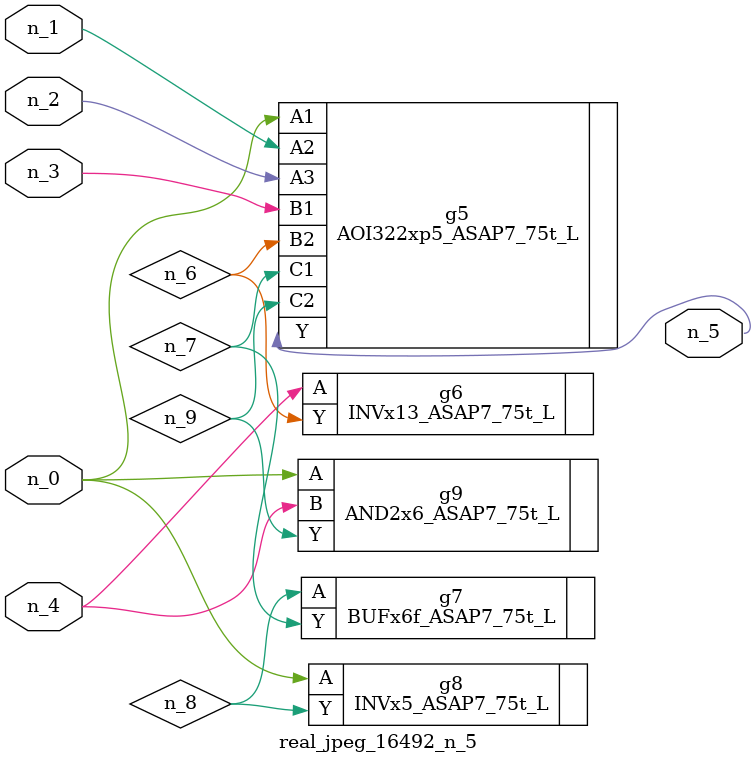
<source format=v>
module real_jpeg_16492_n_5 (n_4, n_0, n_1, n_2, n_3, n_5);

input n_4;
input n_0;
input n_1;
input n_2;
input n_3;

output n_5;

wire n_8;
wire n_6;
wire n_7;
wire n_9;

AOI322xp5_ASAP7_75t_L g5 ( 
.A1(n_0),
.A2(n_1),
.A3(n_2),
.B1(n_3),
.B2(n_6),
.C1(n_7),
.C2(n_9),
.Y(n_5)
);

INVx5_ASAP7_75t_L g8 ( 
.A(n_0),
.Y(n_8)
);

AND2x6_ASAP7_75t_L g9 ( 
.A(n_0),
.B(n_4),
.Y(n_9)
);

INVx13_ASAP7_75t_L g6 ( 
.A(n_4),
.Y(n_6)
);

BUFx6f_ASAP7_75t_L g7 ( 
.A(n_8),
.Y(n_7)
);


endmodule
</source>
